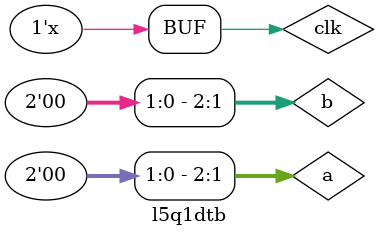
<source format=v>
`timescale 1ns / 1ps


module l5q1dtb;

	// Inputs
	reg clk;
	reg add;
	reg c_in;
	reg [2:0] a;
	reg [2:0] b;

	// Outputs
	wire c_out;
	wire [2:0] s;

	// Instantiate the Unit Under Test (UUT)
	l5q1d uut3 (
		.clk(clk), 
		.add(add), 
		.c_in(c_in), 
		.c_out(c_out), 
		.a(a), 
		.b(b), 
		.s(s)
	);
always 
begin
#5 clk=~clk;
end

initial
begin
		// Initialize Inputs
		clk = 0;
		add = 0;
		c_in = 0;
		a = 0;
		b = 0;

		// Wait 100 ns for global reset to finish
		#100;
      
		// Add stimulus here
repeat(50)
begin
a=$random;
b=$random;
c_in=$random;
add=$random;
#10;
end
end
      
endmodule


</source>
